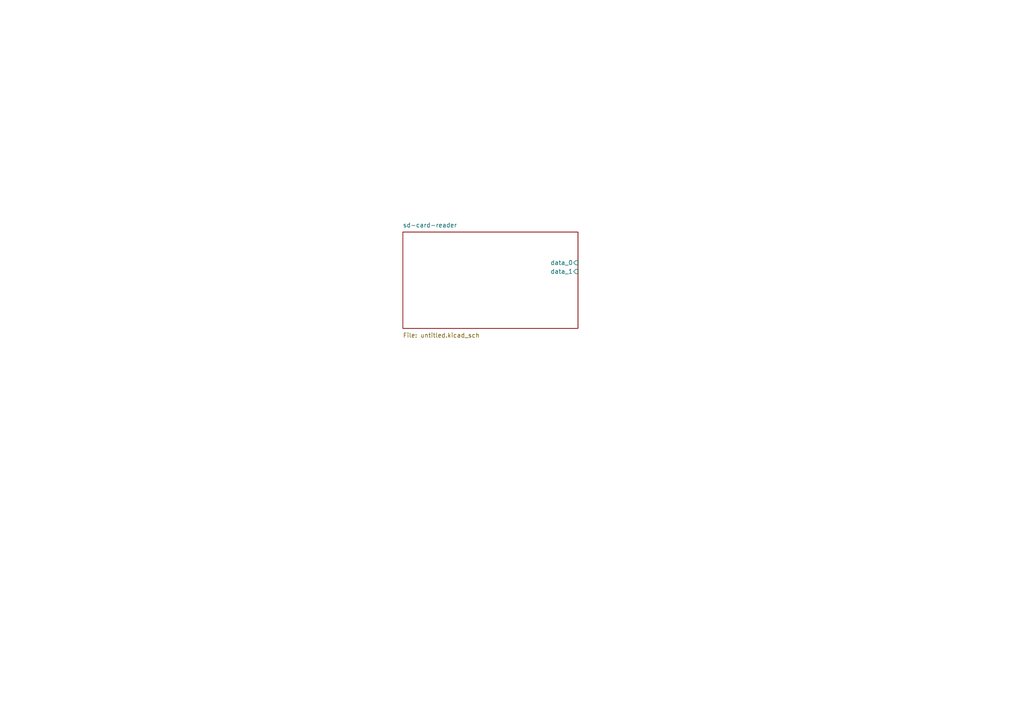
<source format=kicad_sch>
(kicad_sch (version 20230121) (generator eeschema)
  (paper "A4")
  (lib_symbols)
  (sheet (at 116.84 67.31) (size 50.8 27.94) (stroke (width 0.1524))
    (property "Sheetname" "sd-card-reader" (at 116.84 66.04 0) (effects (justify left bottom)))
    (property "Sheetfile" "untitled.kicad_sch" (at 116.84 96.52 0) (effects (justify left top)))
    (pin "data_0" input (at 167.64 76.2 0))
    (pin "data_1" input (at 167.64 78.74 0))
  )
)
</source>
